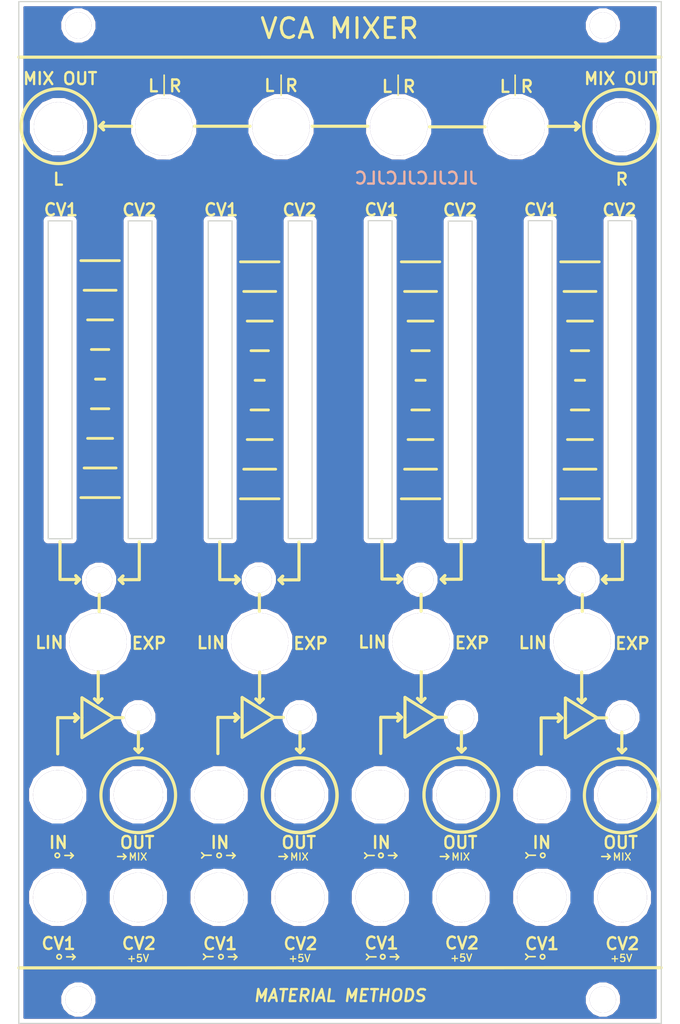
<source format=kicad_pcb>
(kicad_pcb (version 20171130) (host pcbnew "(5.0.1)-3")
  (layers (0 F.Cu signal) (31 B.Cu signal) (34 B.Paste user) (35 F.Paste user) (36 B.SilkS user) (37 F.SilkS user) (38 B.Mask user) (39 F.Mask user) (44 Edge.Cuts user))
  (net 0 "")
  (module "Eurocad:Eurorack Rail Hole" (layer F.Cu) (at 109.85 6.45)
    (fp_text reference REF** hide)
    (fp_text value "Eurorack Rail Hole" hide)
    (pad 1 thru_hole circle (at 0 0) (size 3.3 3.3) (drill 3.3) (layers *.Cu *.Mask))
  )
  (module "Eurocad:Eurorack Rail Hole" (layer F.Cu) (at 175.9 6.45)
    (fp_text reference REF** hide)
    (fp_text value "Eurorack Rail Hole" hide)
    (pad 1 thru_hole circle (at 0 0) (size 3.3 3.3) (drill 3.3) (layers *.Cu *.Mask))
  )
  (module "Eurocad:Eurorack Rail Hole" (layer F.Cu) (at 109.85 128.95)
    (fp_text reference REF** hide)
    (fp_text value "Eurorack Rail Hole" hide)
    (pad 1 thru_hole circle (at 0 0) (size 3.3 3.3) (drill 3.3) (layers *.Cu *.Mask))
  )
  (module "Eurocad:Eurorack Rail Hole" (layer F.Cu) (at 175.9 128.95)
    (fp_text reference REF** hide)
    (fp_text value "Eurorack Rail Hole" hide)
    (pad 1 thru_hole circle (at 0 0) (size 3.3 3.3) (drill 3.3) (layers *.Cu *.Mask))
  )
  (module "Eurocad:Eurorack jack hole" (layer F.Cu) (at 107.35 19.19)
    (fp_text reference "" hide)
    (fp_text value "Eurorack jack hole")
    (pad 1 thru_hole circle (at 0 0) (size 6.2 6.2) (drill 6.2) (layers *.Cu *.Mask))
  )
  (module "Eurocad:Eurorack jack hole" (layer F.Cu) (at 178.2 19.2)
    (fp_text reference "" hide)
    (fp_text value "Eurorack jack hole")
    (pad 1 thru_hole circle (at 0 0) (size 6.2 6.2) (drill 6.2) (layers *.Cu *.Mask))
  )
  (module "Eurocad:Eurorack jack hole" (layer F.Cu) (at 107.25 103.2)
    (fp_text reference "" hide)
    (fp_text value "Eurorack jack hole")
    (pad 1 thru_hole circle (at 0 0) (size 6.2 6.2) (drill 6.2) (layers *.Cu *.Mask))
  )
  (module "Eurocad:Eurorack jack hole" (layer F.Cu) (at 107.25 116.09)
    (fp_text reference "" hide)
    (fp_text value "Eurorack jack hole")
    (pad 1 thru_hole circle (at 0 0) (size 6.2 6.2) (drill 6.2) (layers *.Cu *.Mask))
  )
  (module "Eurocad:Eurorack jack hole" (layer F.Cu) (at 117.4 116.1)
    (fp_text reference "" hide)
    (fp_text value "Eurorack jack hole")
    (pad 1 thru_hole circle (at 0 0) (size 6.2 6.2) (drill 6.2) (layers *.Cu *.Mask))
  )
  (module "Eurocad:Eurorack jack hole" (layer F.Cu) (at 117.41 103.2)
    (fp_text reference "" hide)
    (fp_text value "Eurorack jack hole")
    (pad 1 thru_hole circle (at 0 0) (size 6.2 6.2) (drill 6.2) (layers *.Cu *.Mask))
  )
  (module "Eurocad:Eurorack jack hole" (layer F.Cu) (at 127.58 103.2)
    (fp_text reference "" hide)
    (fp_text value "Eurorack jack hole")
    (pad 1 thru_hole circle (at 0 0) (size 6.2 6.2) (drill 6.2) (layers *.Cu *.Mask))
  )
  (module "Eurocad:Eurorack jack hole" (layer F.Cu) (at 127.57 116.1)
    (fp_text reference "" hide)
    (fp_text value "Eurorack jack hole")
    (pad 1 thru_hole circle (at 0 0) (size 6.2 6.2) (drill 6.2) (layers *.Cu *.Mask))
  )
  (module "Eurocad:Eurorack jack hole" (layer F.Cu) (at 137.72 103.2)
    (fp_text reference "" hide)
    (fp_text value "Eurorack jack hole")
    (pad 1 thru_hole circle (at 0 0) (size 6.2 6.2) (drill 6.2) (layers *.Cu *.Mask))
  )
  (module "Eurocad:Eurorack jack hole" (layer F.Cu) (at 137.72 116.1)
    (fp_text reference "" hide)
    (fp_text value "Eurorack jack hole")
    (pad 1 thru_hole circle (at 0 0) (size 6.2 6.2) (drill 6.2) (layers *.Cu *.Mask))
  )
  (module "Eurocad:Eurorack jack hole" (layer F.Cu) (at 147.87 103.2)
    (fp_text reference "" hide)
    (fp_text value "Eurorack jack hole")
    (pad 1 thru_hole circle (at 0 0) (size 6.2 6.2) (drill 6.2) (layers *.Cu *.Mask))
  )
  (module "Eurocad:Eurorack jack hole" (layer F.Cu) (at 147.88 116.09)
    (fp_text reference "" hide)
    (fp_text value "Eurorack jack hole")
    (pad 1 thru_hole circle (at 0 0) (size 6.2 6.2) (drill 6.2) (layers *.Cu *.Mask))
  )
  (module "Eurocad:Eurorack jack hole" (layer F.Cu) (at 158.03 116.1)
    (fp_text reference "" hide)
    (fp_text value "Eurorack jack hole")
    (pad 1 thru_hole circle (at 0 0) (size 6.2 6.2) (drill 6.2) (layers *.Cu *.Mask))
  )
  (module "Eurocad:Eurorack jack hole" (layer F.Cu) (at 158.04 103.2)
    (fp_text reference "" hide)
    (fp_text value "Eurorack jack hole")
    (pad 1 thru_hole circle (at 0 0) (size 6.2 6.2) (drill 6.2) (layers *.Cu *.Mask))
  )
  (module "Eurocad:Eurorack jack hole" (layer F.Cu) (at 168.2 116.09)
    (fp_text reference "" hide)
    (fp_text value "Eurorack jack hole")
    (pad 1 thru_hole circle (at 0 0) (size 6.2 6.2) (drill 6.2) (layers *.Cu *.Mask))
  )
  (module "Eurocad:Eurorack jack hole" (layer F.Cu) (at 178.35 116.1)
    (fp_text reference "" hide)
    (fp_text value "Eurorack jack hole")
    (pad 1 thru_hole circle (at 0 0) (size 6.2 6.2) (drill 6.2) (layers *.Cu *.Mask))
  )
  (module "Eurocad:Eurorack jack hole" (layer F.Cu) (at 178.36 103.2)
    (fp_text reference "" hide)
    (fp_text value "Eurorack jack hole")
    (pad 1 thru_hole circle (at 0 0) (size 6.2 6.2) (drill 6.2) (layers *.Cu *.Mask))
  )
  (module "Eurocad:Eurorack jack hole" (layer F.Cu) (at 168.2 103.19)
    (fp_text reference "" hide)
    (fp_text value "Eurorack jack hole")
    (pad 1 thru_hole circle (at 0 0) (size 6.2 6.2) (drill 6.2) (layers *.Cu *.Mask))
  )
  (module "Eurocad:9mm alpha jack hole" (layer F.Cu) (at 120.6 19.2)
    (fp_text reference "" hide)
    (fp_text value "9mm alpha jack hole")
    (pad 1 thru_hole circle (at 0 0) (size 7.2 7.2) (drill 7.2) (layers *.Cu *.Mask))
  )
  (module "Eurocad:9mm alpha jack hole" (layer F.Cu) (at 135.37 19.19)
    (fp_text reference "" hide)
    (fp_text value "9mm alpha jack hole")
    (pad 1 thru_hole circle (at 0 0) (size 7.2 7.2) (drill 7.2) (layers *.Cu *.Mask))
  )
  (module "Eurocad:9mm alpha jack hole" (layer F.Cu) (at 150.18 19.2)
    (fp_text reference "" hide)
    (fp_text value "9mm alpha jack hole")
    (pad 1 thru_hole circle (at 0 0) (size 7.2 7.2) (drill 7.2) (layers *.Cu *.Mask))
  )
  (module "Eurocad:9mm alpha jack hole" (layer F.Cu) (at 164.95 19.19)
    (fp_text reference "" hide)
    (fp_text value "9mm alpha jack hole")
    (pad 1 thru_hole circle (at 0 0) (size 7.2 7.2) (drill 7.2) (layers *.Cu *.Mask))
  )
  (module "Eurocad:9mm alpha jack hole" (layer F.Cu) (at 112.35 83.95)
    (fp_text reference "" hide)
    (fp_text value "9mm alpha jack hole")
    (pad 1 thru_hole circle (at 0 0) (size 7.2 7.2) (drill 7.2) (layers *.Cu *.Mask))
  )
  (module "Eurocad:9mm alpha jack hole" (layer F.Cu) (at 132.68 83.94)
    (fp_text reference "" hide)
    (fp_text value "9mm alpha jack hole")
    (pad 1 thru_hole circle (at 0 0) (size 7.2 7.2) (drill 7.2) (layers *.Cu *.Mask))
  )
  (module "Eurocad:9mm alpha jack hole" (layer F.Cu) (at 152.99 83.94)
    (fp_text reference "" hide)
    (fp_text value "9mm alpha jack hole")
    (pad 1 thru_hole circle (at 0 0) (size 7.2 7.2) (drill 7.2) (layers *.Cu *.Mask))
  )
  (module "Eurocad:9mm alpha jack hole" (layer F.Cu) (at 173.3 83.94)
    (fp_text reference "" hide)
    (fp_text value "9mm alpha jack hole")
    (pad 1 thru_hole circle (at 0 0) (size 7.2 7.2) (drill 7.2) (layers *.Cu *.Mask))
  )
  (module "Eurocad:Eurorack LED hole" (layer F.Cu) (at 112.46 76.16)
    (fp_text reference "" hide)
    (fp_text value "Eurorack LED hole")
    (pad 1 thru_hole circle (at 0 0) (size 3.3 3.3) (drill 3.3) (layers *.Cu *.Mask))
  )
  (module "Eurocad:Eurorack LED hole" (layer F.Cu) (at 132.57 76.12)
    (fp_text reference "" hide)
    (fp_text value "Eurorack LED hole")
    (pad 1 thru_hole circle (at 0 0) (size 3.3 3.3) (drill 3.3) (layers *.Cu *.Mask))
  )
  (module "Eurocad:Eurorack LED hole" (layer F.Cu) (at 152.92 76.15)
    (fp_text reference "" hide)
    (fp_text value "Eurorack LED hole")
    (pad 1 thru_hole circle (at 0 0) (size 3.3 3.3) (drill 3.3) (layers *.Cu *.Mask))
  )
  (module "Eurocad:Eurorack LED hole" (layer F.Cu) (at 173.33 76.12)
    (fp_text reference "" hide)
    (fp_text value "Eurorack LED hole")
    (pad 1 thru_hole circle (at 0 0) (size 3.3 3.3) (drill 3.3) (layers *.Cu *.Mask))
  )
  (module "Eurocad:Eurorack LED hole" (layer F.Cu) (at 178.35 93.45)
    (fp_text reference "" hide)
    (fp_text value "Eurorack LED hole")
    (pad 1 thru_hole circle (at 0 0) (size 3.3 3.3) (drill 3.3) (layers *.Cu *.Mask))
  )
  (module "Eurocad:Eurorack LED hole" (layer F.Cu) (at 158.03 93.45)
    (fp_text reference "" hide)
    (fp_text value "Eurorack LED hole")
    (pad 1 thru_hole circle (at 0 0) (size 3.3 3.3) (drill 3.3) (layers *.Cu *.Mask))
  )
  (module "Eurocad:Eurorack LED hole" (layer F.Cu) (at 137.72 93.45)
    (fp_text reference "" hide)
    (fp_text value "Eurorack LED hole")
    (pad 1 thru_hole circle (at 0 0) (size 3.3 3.3) (drill 3.3) (layers *.Cu *.Mask))
  )
  (module "Eurocad:Eurorack LED hole" (layer F.Cu) (at 117.4 93.45)
    (fp_text reference "" hide)
    (fp_text value "Eurorack LED hole")
    (pad 1 thru_hole circle (at 0 0) (size 3.3 3.3) (drill 3.3) (layers *.Cu *.Mask))
  )
  (gr_text "JLCJLCJLCJLC\n" (at 152.4 25.654) (layer B.SilkS) (effects (font (size 1.5 1.5) (thickness 0.3)) (justify mirror)))
  (gr_line (start 164.846 15.24) (end 164.846 12.7) (layer F.SilkS) (width 0.2))
  (gr_line (start 150.114 15.24) (end 150.114 12.7) (layer F.SilkS) (width 0.2))
  (gr_line (start 135.382 15.24) (end 135.382 12.7) (layer F.SilkS) (width 0.2))
  (gr_line (start 176.8125 110.974956) (end 176.475 110.635) (layer F.SilkS) (width 0.2))
  (gr_line (start 176.8 110.96) (end 175.75 110.96) (layer F.SilkS) (width 0.2))
  (gr_line (start 176.814956 110.9725) (end 176.475 111.31) (layer F.SilkS) (width 0.2))
  (gr_text MIX (at 178.308 110.998) (layer F.SilkS) (effects (font (size 0.9 0.9) (thickness 0.16))))
  (gr_line (start 156.494956 110.9725) (end 156.155 111.31) (layer F.SilkS) (width 0.2))
  (gr_line (start 156.48 110.96) (end 155.43 110.96) (layer F.SilkS) (width 0.2))
  (gr_line (start 156.4925 110.974956) (end 156.155 110.635) (layer F.SilkS) (width 0.2))
  (gr_text MIX (at 157.988 110.998) (layer F.SilkS) (effects (font (size 0.9 0.9) (thickness 0.16))))
  (gr_line (start 136.16 110.96) (end 135.11 110.96) (layer F.SilkS) (width 0.2))
  (gr_line (start 136.1725 110.974956) (end 135.835 110.635) (layer F.SilkS) (width 0.2))
  (gr_line (start 136.174956 110.9725) (end 135.835 111.31) (layer F.SilkS) (width 0.2))
  (gr_text MIX (at 137.668 110.998) (layer F.SilkS) (effects (font (size 0.9 0.9) (thickness 0.16))))
  (gr_text MIX (at 117.348 110.998) (layer F.SilkS) (effects (font (size 0.9 0.9) (thickness 0.16))))
  (gr_line (start 115.84 110.96) (end 114.79 110.96) (layer F.SilkS) (width 0.2))
  (gr_line (start 115.8525 110.974956) (end 115.515 110.635) (layer F.SilkS) (width 0.2))
  (gr_line (start 115.854956 110.9725) (end 115.515 111.31) (layer F.SilkS) (width 0.2))
  (gr_line (start 172.445 18.66) (end 172.895 19.135) (layer F.SilkS) (width 0.4))
  (gr_line (start 172.92 19.135) (end 172.47 19.585) (layer F.SilkS) (width 0.4))
  (gr_line (start 172.92 19.135) (end 172.445 18.66) (layer F.SilkS) (width 0.4))
  (gr_line (start 172.62 19.435) (end 172.445 19.61) (layer F.SilkS) (width 0.4))
  (gr_line (start 113.025 19.58) (end 112.575 19.105) (layer F.SilkS) (width 0.4))
  (gr_line (start 112.55 19.105) (end 113.025 19.58) (layer F.SilkS) (width 0.4))
  (gr_line (start 112.55 19.105) (end 113 18.655) (layer F.SilkS) (width 0.4))
  (gr_line (start 112.85 18.805) (end 113.025 18.63) (layer F.SilkS) (width 0.4))
  (gr_text +5V (at 178.22 123.75) (layer F.SilkS) (effects (font (size 0.9 0.9) (thickness 0.16))))
  (gr_text +5V (at 158.07 123.71) (layer F.SilkS) (effects (font (size 0.9 0.9) (thickness 0.16))))
  (gr_text +5V (at 137.7 123.76) (layer F.SilkS) (effects (font (size 0.9 0.9) (thickness 0.16))))
  (gr_text "L\n" (at 107.31 25.79) (layer F.SilkS) (effects (font (size 1.5 1.5) (thickness 0.3))))
  (gr_circle (center 107.34 19.12) (end 112.04 19.18) (layer F.SilkS) (width 0.4))
  (gr_circle (center 178.159618 19.18) (end 182.859618 19.24) (layer F.SilkS) (width 0.4))
  (gr_line (start 169.04 19.14) (end 172.91 19.14) (layer F.SilkS) (width 0.4))
  (gr_line (start 112.54 19.12) (end 116.55 19.13) (layer F.SilkS) (width 0.4))
  (gr_text L (at 163.54 14.12) (layer F.SilkS) (effects (font (size 1.5 1.5) (thickness 0.3))))
  (gr_text R (at 166.33 14.13) (layer F.SilkS) (effects (font (size 1.5 1.5) (thickness 0.3))))
  (gr_text L (at 148.71 14.12) (layer F.SilkS) (effects (font (size 1.5 1.5) (thickness 0.3))))
  (gr_text R (at 151.5 14.13) (layer F.SilkS) (effects (font (size 1.5 1.5) (thickness 0.3))))
  (gr_text R (at 122.06 14.06) (layer F.SilkS) (effects (font (size 1.5 1.5) (thickness 0.3))))
  (gr_text L (at 119.27 14.05) (layer F.SilkS) (effects (font (size 1.5 1.5) (thickness 0.3))))
  (gr_text R (at 136.69 14.02) (layer F.SilkS) (effects (font (size 1.5 1.5) (thickness 0.3))))
  (gr_text L (at 133.9 14.01) (layer F.SilkS) (effects (font (size 1.5 1.5) (thickness 0.3))))
  (gr_line (start 120.65 15.24) (end 120.65 12.7) (layer F.SilkS) (width 0.2))
  (gr_text +5V (at 117.37 123.76) (layer F.SilkS) (effects (font (size 0.9 0.9) (thickness 0.16))))
  (gr_line (start 166.514956 123.5625) (end 166.175 123.9) (layer F.SilkS) (width 0.2))
  (gr_line (start 147.329 123.575) (end 146.429 123.575) (layer F.SilkS) (width 0.2))
  (gr_line (start 146.468956 123.5875) (end 146.129 123.925) (layer F.SilkS) (width 0.2))
  (gr_line (start 166.5125 123.564956) (end 166.175 123.225) (layer F.SilkS) (width 0.2))
  (gr_line (start 167.375 123.55) (end 166.475 123.55) (layer F.SilkS) (width 0.2))
  (gr_line (start 146.4665 123.589956) (end 146.129 123.25) (layer F.SilkS) (width 0.2))
  (gr_line (start 109.429 123.575) (end 108.379 123.575) (layer F.SilkS) (width 0.2))
  (gr_line (start 129.804 123.575) (end 128.754 123.575) (layer F.SilkS) (width 0.2))
  (gr_line (start 109.4415 123.589956) (end 109.104 123.25) (layer F.SilkS) (width 0.2))
  (gr_line (start 150.193956 123.5875) (end 149.854 123.925) (layer F.SilkS) (width 0.2))
  (gr_line (start 150.179 123.575) (end 149.129 123.575) (layer F.SilkS) (width 0.2))
  (gr_line (start 129.8165 123.589956) (end 129.479 123.25) (layer F.SilkS) (width 0.2))
  (gr_line (start 129.818956 123.5875) (end 129.479 123.925) (layer F.SilkS) (width 0.2))
  (gr_line (start 150.1915 123.589956) (end 149.854 123.25) (layer F.SilkS) (width 0.2))
  (gr_line (start 109.443956 123.5875) (end 109.104 123.925) (layer F.SilkS) (width 0.2))
  (gr_line (start 126.804 123.55) (end 125.904 123.55) (layer F.SilkS) (width 0.2))
  (gr_line (start 125.943956 123.5625) (end 125.604 123.9) (layer F.SilkS) (width 0.2))
  (gr_line (start 125.9415 123.564956) (end 125.604 123.225) (layer F.SilkS) (width 0.2))
  (gr_circle (center 148.179 123.564956) (end 148.464044 123.564956) (layer F.SilkS) (width 0.2))
  (gr_circle (center 148.179 123.564956) (end 148.464044 123.564956) (layer F.SilkS) (width 0.2))
  (gr_circle (center 127.804 123.564956) (end 128.089044 123.564956) (layer F.SilkS) (width 0.2))
  (gr_circle (center 107.429 123.564956) (end 107.714044 123.564956) (layer F.SilkS) (width 0.2))
  (gr_circle (center 168.3 123.564956) (end 168.585044 123.564956) (layer F.SilkS) (width 0.2))
  (gr_line (start 167.4 110.8) (end 166.5 110.8) (layer F.SilkS) (width 0.2))
  (gr_line (start 166.539956 110.8125) (end 166.2 111.15) (layer F.SilkS) (width 0.2))
  (gr_line (start 166.5375 110.814956) (end 166.2 110.475) (layer F.SilkS) (width 0.2))
  (gr_line (start 147.1 110.825) (end 146.2 110.825) (layer F.SilkS) (width 0.2))
  (gr_line (start 146.239956 110.8375) (end 145.9 111.175) (layer F.SilkS) (width 0.2))
  (gr_line (start 146.2375 110.839956) (end 145.9 110.5) (layer F.SilkS) (width 0.2))
  (gr_line (start 149.9625 110.839956) (end 149.625 110.5) (layer F.SilkS) (width 0.2))
  (gr_line (start 149.964956 110.8375) (end 149.625 111.175) (layer F.SilkS) (width 0.2))
  (gr_line (start 149.95 110.825) (end 148.9 110.825) (layer F.SilkS) (width 0.2))
  (gr_line (start 129.575 110.825) (end 128.525 110.825) (layer F.SilkS) (width 0.2))
  (gr_line (start 129.5875 110.839956) (end 129.25 110.5) (layer F.SilkS) (width 0.2))
  (gr_line (start 129.589956 110.8375) (end 129.25 111.175) (layer F.SilkS) (width 0.2))
  (gr_line (start 109.2 110.825) (end 108.15 110.825) (layer F.SilkS) (width 0.2))
  (gr_line (start 109.214956 110.8375) (end 108.875 111.175) (layer F.SilkS) (width 0.2))
  (gr_line (start 109.2125 110.839956) (end 108.875 110.5) (layer F.SilkS) (width 0.2))
  (gr_line (start 126.575 110.8) (end 125.675 110.8) (layer F.SilkS) (width 0.2))
  (gr_circle (center 168.325 110.814956) (end 168.610044 110.814956) (layer F.SilkS) (width 0.2))
  (gr_circle (center 147.95 110.814956) (end 148.235044 110.814956) (layer F.SilkS) (width 0.2))
  (gr_circle (center 147.95 110.814956) (end 148.235044 110.814956) (layer F.SilkS) (width 0.2))
  (gr_line (start 125.714956 110.8125) (end 125.375 111.15) (layer F.SilkS) (width 0.2))
  (gr_line (start 125.7125 110.814956) (end 125.375 110.475) (layer F.SilkS) (width 0.2))
  (gr_circle (center 107.2 110.814956) (end 107.485044 110.814956) (layer F.SilkS) (width 0.2))
  (gr_circle (center 127.575 110.814956) (end 127.860044 110.814956) (layer F.SilkS) (width 0.2))
  (gr_text CV1 (at 168.1 29.625) (layer F.SilkS) (effects (font (size 1.5 1.5) (thickness 0.3))))
  (gr_text CV2 (at 177.975 29.65) (layer F.SilkS) (effects (font (size 1.5 1.5) (thickness 0.3))))
  (gr_text CV1 (at 148.025 29.625) (layer F.SilkS) (effects (font (size 1.5 1.5) (thickness 0.3))))
  (gr_text CV2 (at 157.9 29.65) (layer F.SilkS) (effects (font (size 1.5 1.5) (thickness 0.3))))
  (gr_text CV1 (at 127.825 29.625) (layer F.SilkS) (effects (font (size 1.5 1.5) (thickness 0.3))))
  (gr_text CV2 (at 137.7 29.65) (layer F.SilkS) (effects (font (size 1.5 1.5) (thickness 0.3))))
  (gr_line (start 171.9125 47.35) (end 174.1125 47.35) (layer F.SilkS) (width 0.35))
  (gr_line (start 174.1125 54.8) (end 171.9125 54.8) (layer F.SilkS) (width 0.35))
  (gr_line (start 172.4375 51.075) (end 173.5875 51.075) (layer F.SilkS) (width 0.35))
  (gr_line (start 175.025 62.25) (end 171 62.25) (layer F.SilkS) (width 0.35))
  (gr_line (start 174.5875 58.525) (end 171.4375 58.525) (layer F.SilkS) (width 0.35))
  (gr_line (start 170.5875 36.175) (end 175.4375 36.175) (layer F.SilkS) (width 0.35))
  (gr_line (start 173.5875 51.075) (end 172.4375 51.075) (layer F.SilkS) (width 0.35))
  (gr_line (start 171.4375 43.625) (end 174.5875 43.625) (layer F.SilkS) (width 0.35))
  (gr_line (start 171 39.9) (end 175.025 39.9) (layer F.SilkS) (width 0.35))
  (gr_line (start 175.4375 65.975) (end 170.5875 65.975) (layer F.SilkS) (width 0.35))
  (gr_line (start 150.925 39.9) (end 154.95 39.9) (layer F.SilkS) (width 0.35))
  (gr_line (start 155.3625 65.975) (end 150.5125 65.975) (layer F.SilkS) (width 0.35))
  (gr_line (start 154.95 62.25) (end 150.925 62.25) (layer F.SilkS) (width 0.35))
  (gr_line (start 154.5125 58.525) (end 151.3625 58.525) (layer F.SilkS) (width 0.35))
  (gr_line (start 151.8375 47.35) (end 154.0375 47.35) (layer F.SilkS) (width 0.35))
  (gr_line (start 154.0375 54.8) (end 151.8375 54.8) (layer F.SilkS) (width 0.35))
  (gr_line (start 151.3625 43.625) (end 154.5125 43.625) (layer F.SilkS) (width 0.35))
  (gr_line (start 153.5125 51.075) (end 152.3625 51.075) (layer F.SilkS) (width 0.35))
  (gr_line (start 152.3625 51.075) (end 153.5125 51.075) (layer F.SilkS) (width 0.35))
  (gr_line (start 150.5125 36.175) (end 155.3625 36.175) (layer F.SilkS) (width 0.35))
  (gr_line (start 133.7875 54.8) (end 131.5875 54.8) (layer F.SilkS) (width 0.35))
  (gr_line (start 135.1125 65.975) (end 130.2625 65.975) (layer F.SilkS) (width 0.35))
  (gr_line (start 134.7 62.25) (end 130.675 62.25) (layer F.SilkS) (width 0.35))
  (gr_line (start 130.2625 36.175) (end 135.1125 36.175) (layer F.SilkS) (width 0.35))
  (gr_line (start 133.2625 51.075) (end 132.1125 51.075) (layer F.SilkS) (width 0.35))
  (gr_line (start 130.675 39.9) (end 134.7 39.9) (layer F.SilkS) (width 0.35))
  (gr_line (start 134.2625 58.525) (end 131.1125 58.525) (layer F.SilkS) (width 0.35))
  (gr_line (start 131.1125 43.625) (end 134.2625 43.625) (layer F.SilkS) (width 0.35))
  (gr_line (start 131.5875 47.35) (end 133.7875 47.35) (layer F.SilkS) (width 0.35))
  (gr_line (start 132.1125 51.075) (end 133.2625 51.075) (layer F.SilkS) (width 0.35))
  (gr_line (start 115.0125 65.825) (end 110.1625 65.825) (layer F.SilkS) (width 0.35))
  (gr_line (start 114.6 62.1) (end 110.575 62.1) (layer F.SilkS) (width 0.35))
  (gr_line (start 114.1625 58.375) (end 111.0125 58.375) (layer F.SilkS) (width 0.35))
  (gr_line (start 113.6875 54.65) (end 111.4875 54.65) (layer F.SilkS) (width 0.35))
  (gr_line (start 113.1625 50.925) (end 112.0125 50.925) (layer F.SilkS) (width 0.35))
  (gr_line (start 110.1625 36.025) (end 115.0125 36.025) (layer F.SilkS) (width 0.35))
  (gr_line (start 110.575 39.75) (end 114.6 39.75) (layer F.SilkS) (width 0.35))
  (gr_line (start 111.0125 43.475) (end 114.1625 43.475) (layer F.SilkS) (width 0.35))
  (gr_line (start 111.4875 47.2) (end 113.6875 47.2) (layer F.SilkS) (width 0.35))
  (gr_line (start 112.0125 50.925) (end 113.1625 50.925) (layer F.SilkS) (width 0.35))
  (gr_line (start 168.125 93.525) (end 168.125 98.075) (layer F.SilkS) (width 0.4))
  (gr_line (start 171.175 93.525) (end 171.175 96.025) (layer F.SilkS) (width 0.4))
  (gr_circle (center 178.264618 103.275) (end 182.964618 103.335) (layer F.SilkS) (width 0.4))
  (gr_line (start 178.285 95.325) (end 178.275 97.85) (layer F.SilkS) (width 0.4))
  (gr_line (start 170.725 93.525) (end 170.275 93.975) (layer F.SilkS) (width 0.4))
  (gr_text CV1 (at 168.225 121.925) (layer F.SilkS) (effects (font (size 1.5 1.5) (thickness 0.3))))
  (gr_text "OUT\n" (at 178.125 109.2) (layer F.SilkS) (effects (font (size 1.5 1.5) (thickness 0.3))))
  (gr_text EXP (at 179.625 84.175) (layer F.SilkS) (effects (font (size 1.5 1.5) (thickness 0.3))))
  (gr_text CV2 (at 178.35 121.925) (layer F.SilkS) (effects (font (size 1.5 1.5) (thickness 0.3))))
  (gr_text IN (at 168.2 109.2) (layer F.SilkS) (effects (font (size 1.5 1.5) (thickness 0.3))))
  (gr_text LIN (at 167.075 84.075) (layer F.SilkS) (effects (font (size 1.5 1.5) (thickness 0.3))))
  (gr_line (start 178.775 97.425) (end 178.3 97.875) (layer F.SilkS) (width 0.4))
  (gr_line (start 175.275 93.525) (end 176.375 93.525) (layer F.SilkS) (width 0.4))
  (gr_line (start 170.725 93.525) (end 170.725 93.525) (layer F.SilkS) (width 0.4))
  (gr_line (start 170.835 76.1) (end 170.385 76.55) (layer F.SilkS) (width 0.4))
  (gr_line (start 175.175 93.525) (end 171.175 91.025) (layer F.SilkS) (width 0.4))
  (gr_line (start 173.225 91.625) (end 172.775 91.175) (layer F.SilkS) (width 0.4))
  (gr_line (start 173.225 87.775) (end 173.225 91.625) (layer F.SilkS) (width 0.4))
  (gr_line (start 171.175 91.025) (end 171.175 93.525) (layer F.SilkS) (width 0.4))
  (gr_line (start 170.36 75.625) (end 170.81 76.1) (layer F.SilkS) (width 0.4))
  (gr_line (start 168.375 71.335) (end 168.375 76.085) (layer F.SilkS) (width 0.4))
  (gr_line (start 173.305 78.015) (end 173.305 80.125) (layer F.SilkS) (width 0.4))
  (gr_line (start 173.225 91.625) (end 173.225 91.625) (layer F.SilkS) (width 0.4))
  (gr_line (start 170.725 93.525) (end 168.125 93.525) (layer F.SilkS) (width 0.4))
  (gr_line (start 172.925 91.325) (end 172.75 91.15) (layer F.SilkS) (width 0.4))
  (gr_line (start 171.175 96.025) (end 175.175 93.525) (layer F.SilkS) (width 0.4))
  (gr_line (start 178.355 71.365) (end 178.355 76.115) (layer F.SilkS) (width 0.4))
  (gr_line (start 170.535 76.4) (end 170.36 76.575) (layer F.SilkS) (width 0.4))
  (gr_line (start 176.135 75.825) (end 176.31 75.65) (layer F.SilkS) (width 0.4))
  (gr_line (start 176.31 76.6) (end 175.86 76.125) (layer F.SilkS) (width 0.4))
  (gr_line (start 168.395 76.095) (end 170.81 76.1) (layer F.SilkS) (width 0.4))
  (gr_line (start 175.835 76.125) (end 176.31 76.6) (layer F.SilkS) (width 0.4))
  (gr_line (start 175.835 76.125) (end 178.355 76.115) (layer F.SilkS) (width 0.4))
  (gr_line (start 175.835 76.125) (end 176.285 75.675) (layer F.SilkS) (width 0.4))
  (gr_line (start 178 97.6) (end 177.825 97.425) (layer F.SilkS) (width 0.4))
  (gr_line (start 170.25 93.05) (end 170.7 93.525) (layer F.SilkS) (width 0.4))
  (gr_line (start 173.225 91.625) (end 173.7 91.15) (layer F.SilkS) (width 0.4))
  (gr_line (start 178.3 97.9) (end 178.775 97.425) (layer F.SilkS) (width 0.4))
  (gr_line (start 173.7 91.15) (end 173.225 91.6) (layer F.SilkS) (width 0.4))
  (gr_line (start 170.835 76.1) (end 170.36 75.625) (layer F.SilkS) (width 0.4))
  (gr_line (start 170.725 93.525) (end 170.25 93.05) (layer F.SilkS) (width 0.4))
  (gr_line (start 170.425 93.825) (end 170.25 94) (layer F.SilkS) (width 0.4))
  (gr_line (start 178.3 97.9) (end 177.85 97.45) (layer F.SilkS) (width 0.4))
  (gr_circle (center 158.064618 103.2) (end 162.764618 103.26) (layer F.SilkS) (width 0.4))
  (gr_line (start 158.085 95.25) (end 158.075 97.775) (layer F.SilkS) (width 0.4))
  (gr_line (start 147.925 93.45) (end 147.925 98) (layer F.SilkS) (width 0.4))
  (gr_text "OUT\n" (at 157.925 109.2) (layer F.SilkS) (effects (font (size 1.5 1.5) (thickness 0.3))))
  (gr_text CV2 (at 158.15 121.85) (layer F.SilkS) (effects (font (size 1.5 1.5) (thickness 0.3))))
  (gr_text CV1 (at 148.025 121.85) (layer F.SilkS) (effects (font (size 1.5 1.5) (thickness 0.3))))
  (gr_text EXP (at 159.425 84.1) (layer F.SilkS) (effects (font (size 1.5 1.5) (thickness 0.3))))
  (gr_text IN (at 148 109.2) (layer F.SilkS) (effects (font (size 1.5 1.5) (thickness 0.3))))
  (gr_text LIN (at 146.875 84) (layer F.SilkS) (effects (font (size 1.5 1.5) (thickness 0.3))))
  (gr_line (start 150.975 93.45) (end 150.975 95.95) (layer F.SilkS) (width 0.4))
  (gr_line (start 155.075 93.45) (end 156.175 93.45) (layer F.SilkS) (width 0.4))
  (gr_line (start 150.525 93.45) (end 147.925 93.45) (layer F.SilkS) (width 0.4))
  (gr_line (start 150.525 93.45) (end 150.525 93.45) (layer F.SilkS) (width 0.4))
  (gr_line (start 150.535 76.075) (end 150.085 76.525) (layer F.SilkS) (width 0.4))
  (gr_line (start 154.975 93.45) (end 150.975 90.95) (layer F.SilkS) (width 0.4))
  (gr_line (start 153.025 91.55) (end 152.575 91.1) (layer F.SilkS) (width 0.4))
  (gr_line (start 153.025 87.7) (end 153.025 91.55) (layer F.SilkS) (width 0.4))
  (gr_line (start 150.975 90.95) (end 150.975 93.45) (layer F.SilkS) (width 0.4))
  (gr_line (start 152.725 91.25) (end 152.55 91.075) (layer F.SilkS) (width 0.4))
  (gr_line (start 150.975 95.95) (end 154.975 93.45) (layer F.SilkS) (width 0.4))
  (gr_line (start 158.055 71.34) (end 158.055 76.09) (layer F.SilkS) (width 0.4))
  (gr_line (start 155.535 76.1) (end 155.985 75.65) (layer F.SilkS) (width 0.4))
  (gr_line (start 150.235 76.375) (end 150.06 76.55) (layer F.SilkS) (width 0.4))
  (gr_line (start 155.835 75.8) (end 156.01 75.625) (layer F.SilkS) (width 0.4))
  (gr_line (start 155.535 76.1) (end 156.01 76.575) (layer F.SilkS) (width 0.4))
  (gr_line (start 156.01 76.575) (end 155.56 76.1) (layer F.SilkS) (width 0.4))
  (gr_line (start 150.06 75.6) (end 150.51 76.075) (layer F.SilkS) (width 0.4))
  (gr_line (start 148.075 71.31) (end 148.075 76.06) (layer F.SilkS) (width 0.4))
  (gr_line (start 148.095 76.07) (end 150.51 76.075) (layer F.SilkS) (width 0.4))
  (gr_line (start 155.535 76.1) (end 158.055 76.09) (layer F.SilkS) (width 0.4))
  (gr_line (start 153.005 77.99) (end 153.005 80.1) (layer F.SilkS) (width 0.4))
  (gr_line (start 153.025 91.55) (end 153.025 91.55) (layer F.SilkS) (width 0.4))
  (gr_line (start 158.575 97.35) (end 158.1 97.8) (layer F.SilkS) (width 0.4))
  (gr_line (start 150.525 93.45) (end 150.075 93.9) (layer F.SilkS) (width 0.4))
  (gr_line (start 157.8 97.525) (end 157.625 97.35) (layer F.SilkS) (width 0.4))
  (gr_line (start 153.025 91.55) (end 153.5 91.075) (layer F.SilkS) (width 0.4))
  (gr_line (start 150.525 93.45) (end 150.05 92.975) (layer F.SilkS) (width 0.4))
  (gr_line (start 158.1 97.825) (end 158.575 97.35) (layer F.SilkS) (width 0.4))
  (gr_line (start 150.05 92.975) (end 150.5 93.45) (layer F.SilkS) (width 0.4))
  (gr_line (start 153.5 91.075) (end 153.025 91.525) (layer F.SilkS) (width 0.4))
  (gr_line (start 150.535 76.075) (end 150.06 75.6) (layer F.SilkS) (width 0.4))
  (gr_line (start 158.1 97.825) (end 157.65 97.375) (layer F.SilkS) (width 0.4))
  (gr_line (start 150.225 93.75) (end 150.05 93.925) (layer F.SilkS) (width 0.4))
  (gr_line (start 132.67 91.615) (end 132.67 91.615) (layer F.SilkS) (width 0.4))
  (gr_line (start 130.11 76.15) (end 129.635 75.675) (layer F.SilkS) (width 0.4))
  (gr_line (start 137.775 97.9) (end 137.325 97.45) (layer F.SilkS) (width 0.4))
  (gr_line (start 132.67 91.615) (end 133.145 91.14) (layer F.SilkS) (width 0.4))
  (gr_line (start 130.02 93.465) (end 129.545 92.99) (layer F.SilkS) (width 0.4))
  (gr_line (start 133.145 91.14) (end 132.67 91.59) (layer F.SilkS) (width 0.4))
  (gr_line (start 137.775 97.9) (end 138.25 97.425) (layer F.SilkS) (width 0.4))
  (gr_line (start 129.545 92.99) (end 129.995 93.465) (layer F.SilkS) (width 0.4))
  (gr_line (start 129.72 93.765) (end 129.545 93.94) (layer F.SilkS) (width 0.4))
  (gr_line (start 138.25 97.425) (end 137.775 97.875) (layer F.SilkS) (width 0.4))
  (gr_line (start 137.475 97.6) (end 137.3 97.425) (layer F.SilkS) (width 0.4))
  (gr_line (start 130.02 93.465) (end 129.57 93.915) (layer F.SilkS) (width 0.4))
  (gr_line (start 130.47 95.965) (end 134.47 93.465) (layer F.SilkS) (width 0.4))
  (gr_line (start 130.47 93.465) (end 130.47 95.965) (layer F.SilkS) (width 0.4))
  (gr_line (start 134.47 93.465) (end 130.47 90.965) (layer F.SilkS) (width 0.4))
  (gr_line (start 130.47 90.965) (end 130.47 93.465) (layer F.SilkS) (width 0.4))
  (gr_line (start 134.57 93.465) (end 135.67 93.465) (layer F.SilkS) (width 0.4))
  (gr_line (start 132.67 87.765) (end 132.67 91.615) (layer F.SilkS) (width 0.4))
  (gr_line (start 130.02 93.465) (end 127.42 93.465) (layer F.SilkS) (width 0.4))
  (gr_line (start 130.02 93.465) (end 130.02 93.465) (layer F.SilkS) (width 0.4))
  (gr_line (start 130.11 76.15) (end 129.66 76.6) (layer F.SilkS) (width 0.4))
  (gr_line (start 132.67 91.615) (end 132.22 91.165) (layer F.SilkS) (width 0.4))
  (gr_line (start 132.37 91.315) (end 132.195 91.14) (layer F.SilkS) (width 0.4))
  (gr_line (start 135.11 76.175) (end 135.585 76.65) (layer F.SilkS) (width 0.4))
  (gr_line (start 135.585 76.65) (end 135.135 76.175) (layer F.SilkS) (width 0.4))
  (gr_line (start 129.635 75.675) (end 130.085 76.15) (layer F.SilkS) (width 0.4))
  (gr_line (start 135.11 76.175) (end 135.56 75.725) (layer F.SilkS) (width 0.4))
  (gr_line (start 129.81 76.45) (end 129.635 76.625) (layer F.SilkS) (width 0.4))
  (gr_line (start 135.41 75.875) (end 135.585 75.7) (layer F.SilkS) (width 0.4))
  (gr_text LIN (at 126.55 84.075) (layer F.SilkS) (effects (font (size 1.5 1.5) (thickness 0.3))))
  (gr_text EXP (at 139.1 84.175) (layer F.SilkS) (effects (font (size 1.5 1.5) (thickness 0.3))))
  (gr_text CV2 (at 137.825 121.925) (layer F.SilkS) (effects (font (size 1.5 1.5) (thickness 0.3))))
  (gr_text CV1 (at 127.7 121.925) (layer F.SilkS) (effects (font (size 1.5 1.5) (thickness 0.3))))
  (gr_text IN (at 127.675 109.2) (layer F.SilkS) (effects (font (size 1.5 1.5) (thickness 0.3))))
  (gr_text "OUT\n" (at 137.6 109.2) (layer F.SilkS) (effects (font (size 1.5 1.5) (thickness 0.3))))
  (gr_line (start 127.67 76.145) (end 130.085 76.15) (layer F.SilkS) (width 0.4))
  (gr_line (start 135.11 76.175) (end 137.63 76.165) (layer F.SilkS) (width 0.4))
  (gr_line (start 132.64 78.005) (end 132.64 80.115) (layer F.SilkS) (width 0.4))
  (gr_line (start 137.63 71.415) (end 137.63 76.165) (layer F.SilkS) (width 0.4))
  (gr_line (start 127.65 71.385) (end 127.65 76.135) (layer F.SilkS) (width 0.4))
  (gr_circle (center 137.739618 103.275) (end 142.439618 103.335) (layer F.SilkS) (width 0.4))
  (gr_line (start 137.76 95.325) (end 137.75 97.85) (layer F.SilkS) (width 0.4))
  (gr_line (start 127.42 93.465) (end 127.42 98.015) (layer F.SilkS) (width 0.4))
  (gr_line (start 154.075 19.2) (end 161.025 19.2) (layer F.SilkS) (width 0.4))
  (gr_line (start 139.3 19.125) (end 146.275 19.125) (layer F.SilkS) (width 0.4))
  (gr_line (start 124.475 19.125) (end 131.45 19.125) (layer F.SilkS) (width 0.4))
  (gr_text R (at 178.28 25.8) (layer F.SilkS) (effects (font (size 1.5 1.5) (thickness 0.3))))
  (gr_text "MIX OUT" (at 178.21 13.14) (layer F.SilkS) (effects (font (size 1.5 1.5) (thickness 0.3))))
  (gr_text "MIX OUT" (at 107.56 13.14) (layer F.SilkS) (effects (font (size 1.5 1.5) (thickness 0.3))))
  (gr_text CV2 (at 117.525 29.65) (layer F.SilkS) (effects (font (size 1.5 1.5) (thickness 0.3))))
  (gr_text CV1 (at 107.65 29.625) (layer F.SilkS) (effects (font (size 1.5 1.5) (thickness 0.3))))
  (gr_line (start 117.425 97.875) (end 117.9 97.4) (layer F.SilkS) (width 0.4))
  (gr_line (start 117.9 97.4) (end 117.425 97.85) (layer F.SilkS) (width 0.4))
  (gr_line (start 117.125 97.575) (end 116.95 97.4) (layer F.SilkS) (width 0.4))
  (gr_line (start 117.425 97.875) (end 116.975 97.425) (layer F.SilkS) (width 0.4))
  (gr_line (start 109.85 93.5) (end 109.375 93.025) (layer F.SilkS) (width 0.4))
  (gr_line (start 109.375 93.025) (end 109.825 93.5) (layer F.SilkS) (width 0.4))
  (gr_line (start 109.85 93.5) (end 109.4 93.95) (layer F.SilkS) (width 0.4))
  (gr_line (start 109.55 93.8) (end 109.375 93.975) (layer F.SilkS) (width 0.4))
  (gr_line (start 112.35 91.6) (end 112.825 91.125) (layer F.SilkS) (width 0.4))
  (gr_line (start 112.825 91.125) (end 112.35 91.575) (layer F.SilkS) (width 0.4))
  (gr_line (start 112.35 91.6) (end 111.9 91.15) (layer F.SilkS) (width 0.4))
  (gr_line (start 112.05 91.3) (end 111.875 91.125) (layer F.SilkS) (width 0.4))
  (gr_line (start 109.85 93.5) (end 109.85 93.5) (layer F.SilkS) (width 0.4))
  (gr_text CV2 (at 117.475 121.9) (layer F.SilkS) (effects (font (size 1.5 1.5) (thickness 0.3))))
  (gr_text CV1 (at 107.35 121.9) (layer F.SilkS) (effects (font (size 1.5 1.5) (thickness 0.3))))
  (gr_text IN (at 107.325 109.2) (layer F.SilkS) (effects (font (size 1.5 1.5) (thickness 0.3))))
  (gr_text "OUT\n" (at 117.25 109.2) (layer F.SilkS) (effects (font (size 1.5 1.5) (thickness 0.3))))
  (gr_line (start 115 76.15) (end 115.475 76.625) (layer F.SilkS) (width 0.4))
  (gr_line (start 115 76.15) (end 115.45 75.7) (layer F.SilkS) (width 0.4))
  (gr_line (start 115.475 76.625) (end 115.025 76.15) (layer F.SilkS) (width 0.4))
  (gr_line (start 115.3 75.85) (end 115.475 75.675) (layer F.SilkS) (width 0.4))
  (gr_line (start 109.7 76.425) (end 109.525 76.6) (layer F.SilkS) (width 0.4))
  (gr_line (start 110 76.125) (end 109.55 76.575) (layer F.SilkS) (width 0.4))
  (gr_line (start 109.525 75.65) (end 109.975 76.125) (layer F.SilkS) (width 0.4))
  (gr_line (start 110 76.125) (end 109.525 75.65) (layer F.SilkS) (width 0.4))
  (gr_text LIN (at 106.2 84.05) (layer F.SilkS) (effects (font (size 1.5 1.5) (thickness 0.3))))
  (gr_text EXP (at 118.75 84.15) (layer F.SilkS) (effects (font (size 1.5 1.5) (thickness 0.3))))
  (gr_line (start 112.35 91.6) (end 112.35 91.6) (layer F.SilkS) (width 0.4))
  (gr_line (start 107.25 93.5) (end 107.25 98.05) (layer F.SilkS) (width 0.4))
  (gr_line (start 109.85 93.5) (end 107.25 93.5) (layer F.SilkS) (width 0.4))
  (gr_line (start 114.4 93.5) (end 115.5 93.5) (layer F.SilkS) (width 0.4))
  (gr_line (start 112.35 87.75) (end 112.35 91.6) (layer F.SilkS) (width 0.4))
  (gr_line (start 114.3 93.5) (end 110.3 91) (layer F.SilkS) (width 0.4))
  (gr_line (start 110.3 96) (end 114.3 93.5) (layer F.SilkS) (width 0.4))
  (gr_line (start 110.3 93.5) (end 110.3 96) (layer F.SilkS) (width 0.4))
  (gr_line (start 110.3 91) (end 110.3 93.5) (layer F.SilkS) (width 0.4))
  (gr_line (start 117.41 95.3) (end 117.4 97.825) (layer F.SilkS) (width 0.4))
  (gr_line (start 112.47 78.04) (end 112.47 80.15) (layer F.SilkS) (width 0.4))
  (gr_line (start 115 76.15) (end 117.52 76.14) (layer F.SilkS) (width 0.4))
  (gr_line (start 117.52 71.39) (end 117.52 76.14) (layer F.SilkS) (width 0.4))
  (gr_line (start 107.56 76.12) (end 109.975 76.125) (layer F.SilkS) (width 0.4))
  (gr_line (start 107.54 71.36) (end 107.54 76.11) (layer F.SilkS) (width 0.4))
  (gr_circle (center 158.069618 103.21) (end 162.769618 103.27) (layer F.SilkS) (width 0.4))
  (gr_circle (center 137.699618 103.25) (end 142.399618 103.31) (layer F.SilkS) (width 0.4))
  (gr_circle (center 117.389618 103.25) (end 122.089618 103.31) (layer F.SilkS) (width 0.4))
  (gr_text "VCA MIXER" (at 142.73 6.83) (layer F.SilkS) (effects (font (size 2.5 2.5) (thickness 0.375))))
  (gr_text "MATERIAL METHODS" (at 142.795 128.45) (layer F.SilkS) (effects (font (size 1.5 1.5) (thickness 0.3) italic)))
  (gr_line (start 102.35 10.44) (end 183.21 10.43) (layer F.SilkS) (width 0.4))
  (gr_line (start 102.35 124.96) (end 183.24 124.94) (layer F.SilkS) (width 0.4))
  (gr_line (start 159.43 31.05) (end 156.43 31.05) (layer Edge.Cuts) (width 0.15))
  (gr_line (start 169.475 70.975) (end 166.5 70.975) (layer Edge.Cuts) (width 0.15))
  (gr_line (start 102.35 3.45) (end 183.25 3.45) (layer Edge.Cuts) (width 0.15))
  (gr_line (start 102.35 131.95) (end 102.35 3.45) (layer Edge.Cuts) (width 0.15))
  (gr_line (start 183.25 131.95) (end 102.35 131.95) (layer Edge.Cuts) (width 0.15))
  (gr_line (start 176.55 70.975) (end 176.55 31.025) (layer Edge.Cuts) (width 0.15))
  (gr_line (start 179.55 70.975) (end 176.55 70.975) (layer Edge.Cuts) (width 0.15))
  (gr_line (start 179.55 31) (end 179.55 70.95) (layer Edge.Cuts) (width 0.15))
  (gr_line (start 176.55 31) (end 179.55 31) (layer Edge.Cuts) (width 0.15))
  (gr_line (start 166.5 70.975) (end 166.5 31) (layer Edge.Cuts) (width 0.15))
  (gr_line (start 169.475 70.95) (end 169.475 70.975) (layer Edge.Cuts) (width 0.15))
  (gr_line (start 169.5 31) (end 169.48 70.97) (layer Edge.Cuts) (width 0.15))
  (gr_line (start 166.5 31) (end 169.5 31) (layer Edge.Cuts) (width 0.15))
  (gr_line (start 156.425 70.975) (end 156.425 31.05) (layer Edge.Cuts) (width 0.15))
  (gr_line (start 159.425 70.975) (end 156.425 70.975) (layer Edge.Cuts) (width 0.15))
  (gr_line (start 159.43 31.05) (end 159.425 70.975) (layer Edge.Cuts) (width 0.15))
  (gr_line (start 146.35 70.975) (end 146.35 31.025) (layer Edge.Cuts) (width 0.15))
  (gr_line (start 149.35 70.975) (end 146.35 70.975) (layer Edge.Cuts) (width 0.15))
  (gr_line (start 149.35 31) (end 149.35 70.975) (layer Edge.Cuts) (width 0.15))
  (gr_line (start 146.35 31) (end 149.35 31) (layer Edge.Cuts) (width 0.15))
  (gr_line (start 136.275 70.975) (end 136.275 31.025) (layer Edge.Cuts) (width 0.15))
  (gr_line (start 139.275 70.975) (end 136.275 70.975) (layer Edge.Cuts) (width 0.15))
  (gr_line (start 139.275 31.025) (end 139.275 70.975) (layer Edge.Cuts) (width 0.15))
  (gr_line (start 136.275 31.025) (end 139.275 31.025) (layer Edge.Cuts) (width 0.15))
  (gr_line (start 126.2 70.975) (end 126.2 31.025) (layer Edge.Cuts) (width 0.15))
  (gr_line (start 129.2 70.975) (end 126.2 70.975) (layer Edge.Cuts) (width 0.15))
  (gr_line (start 129.2 31.025) (end 129.2 70.975) (layer Edge.Cuts) (width 0.15))
  (gr_line (start 126.2 31.025) (end 129.2 31.025) (layer Edge.Cuts) (width 0.15))
  (gr_line (start 116.125 70.975) (end 116.125 31.025) (layer Edge.Cuts) (width 0.15))
  (gr_line (start 119.125 70.975) (end 116.125 70.975) (layer Edge.Cuts) (width 0.15))
  (gr_line (start 119.125 31.025) (end 119.125 70.975) (layer Edge.Cuts) (width 0.15))
  (gr_line (start 116.125 31.025) (end 119.125 31.025) (layer Edge.Cuts) (width 0.15))
  (gr_line (start 109.05 71) (end 109.05 31.025) (layer Edge.Cuts) (width 0.15))
  (gr_line (start 106.05 71) (end 109.05 71) (layer Edge.Cuts) (width 0.15))
  (gr_line (start 106.05 31.025) (end 106.05 71) (layer Edge.Cuts) (width 0.15))
  (gr_line (start 109.05 31.025) (end 106.05 31.025) (layer Edge.Cuts) (width 0.15))
  (gr_line (start 183.25 3.45) (end 183.25 131.95) (layer Edge.Cuts) (width 0.15))
  (zone (net 0) (net_name "") (layer F.Cu) (connect_pads (clearance 0.508)) (min_thickness 0.254) (fill yes (arc_segments 16) (thermal_gap 0.508) (thermal_bridge_width 0.508))
    (polygon (pts (xy 102.37 3.49) (xy 183.24 3.46) (xy 183.24 131.94) (xy 102.36 131.93) (xy 102.35 131.94)))
  )
  (zone (net 0) (net_name "") (layer B.Cu) (connect_pads (clearance 0.508)) (min_thickness 0.254) (fill yes (arc_segments 16) (thermal_gap 0.508) (thermal_bridge_width 0.508))
    (polygon (pts (xy 183.24 131.94) (xy 102.35 131.94) (xy 102.36 3.46) (xy 183.25 3.46)))
  )
  (zone (net 0) (net_name "") (layers F&B.Cu) (connect_pads (clearance 0.508)) (min_thickness 0.254)
    (keepout (tracks not_allowed) (vias not_allowed) (copperpour not_allowed))
    (fill (arc_segments 16) (thermal_gap 0.508) (thermal_bridge_width 0.508))
    (polygon (pts (xy 176.55 31.02) (xy 179.53 31.01) (xy 179.54 70.97) (xy 176.54 70.97)))
  )
  (zone (net 0) (net_name "") (layers F&B.Cu) (connect_pads (clearance 0.508)) (min_thickness 0.254)
    (keepout (tracks not_allowed) (vias not_allowed) (copperpour not_allowed))
    (fill (arc_segments 16) (thermal_gap 0.508) (thermal_bridge_width 0.508))
    (polygon (pts (xy 166.51 31.01) (xy 169.5 31.01) (xy 169.47 70.96) (xy 166.5 70.97)))
  )
  (zone (net 0) (net_name "") (layers F&B.Cu) (connect_pads (clearance 0.508)) (min_thickness 0.254)
    (keepout (tracks not_allowed) (vias not_allowed) (copperpour not_allowed))
    (fill (arc_segments 16) (thermal_gap 0.508) (thermal_bridge_width 0.508))
    (polygon (pts (xy 156.43 70.97) (xy 159.42 70.96) (xy 159.42 31.06) (xy 156.43 31.07)))
  )
  (zone (net 0) (net_name "") (layers F&B.Cu) (connect_pads (clearance 0.508)) (min_thickness 0.254)
    (keepout (tracks not_allowed) (vias not_allowed) (copperpour not_allowed))
    (fill (arc_segments 16) (thermal_gap 0.508) (thermal_bridge_width 0.508))
    (polygon (pts (xy 146.36 31.01) (xy 149.35 31.02) (xy 149.34 70.97) (xy 146.35 70.97)))
  )
  (zone (net 0) (net_name "") (layers F&B.Cu) (connect_pads (clearance 0.508)) (min_thickness 0.254)
    (keepout (tracks not_allowed) (vias not_allowed) (copperpour not_allowed))
    (fill (arc_segments 16) (thermal_gap 0.508) (thermal_bridge_width 0.508))
    (polygon (pts (xy 139.26 70.97) (xy 136.28 70.96) (xy 136.28 31.04) (xy 139.26 31.05)))
  )
  (zone (net 0) (net_name "") (layers F&B.Cu) (connect_pads (clearance 0.508)) (min_thickness 0.254)
    (keepout (tracks not_allowed) (vias not_allowed) (copperpour not_allowed))
    (fill (arc_segments 16) (thermal_gap 0.508) (thermal_bridge_width 0.508))
    (polygon (pts (xy 126.2 31.04) (xy 129.2 31.04) (xy 129.19 70.97) (xy 126.2 70.96)))
  )
  (zone (net 0) (net_name "") (layers F&B.Cu) (connect_pads (clearance 0.508)) (min_thickness 0.254)
    (keepout (tracks not_allowed) (vias not_allowed) (copperpour not_allowed))
    (fill (arc_segments 16) (thermal_gap 0.508) (thermal_bridge_width 0.508))
    (polygon (pts (xy 119.12 70.96) (xy 116.13 70.96) (xy 116.13 31.04) (xy 119.13 31.05)))
  )
  (zone (net 0) (net_name "") (layers F&B.Cu) (connect_pads (clearance 0.508)) (min_thickness 0.254)
    (keepout (tracks not_allowed) (vias not_allowed) (copperpour not_allowed))
    (fill (arc_segments 16) (thermal_gap 0.508) (thermal_bridge_width 0.508))
    (polygon (pts (xy 106.05 31.05) (xy 109.05 31.05) (xy 109.02 70.99) (xy 106.06 70.99) (xy 106.06 70.86)))
  )
)
</source>
